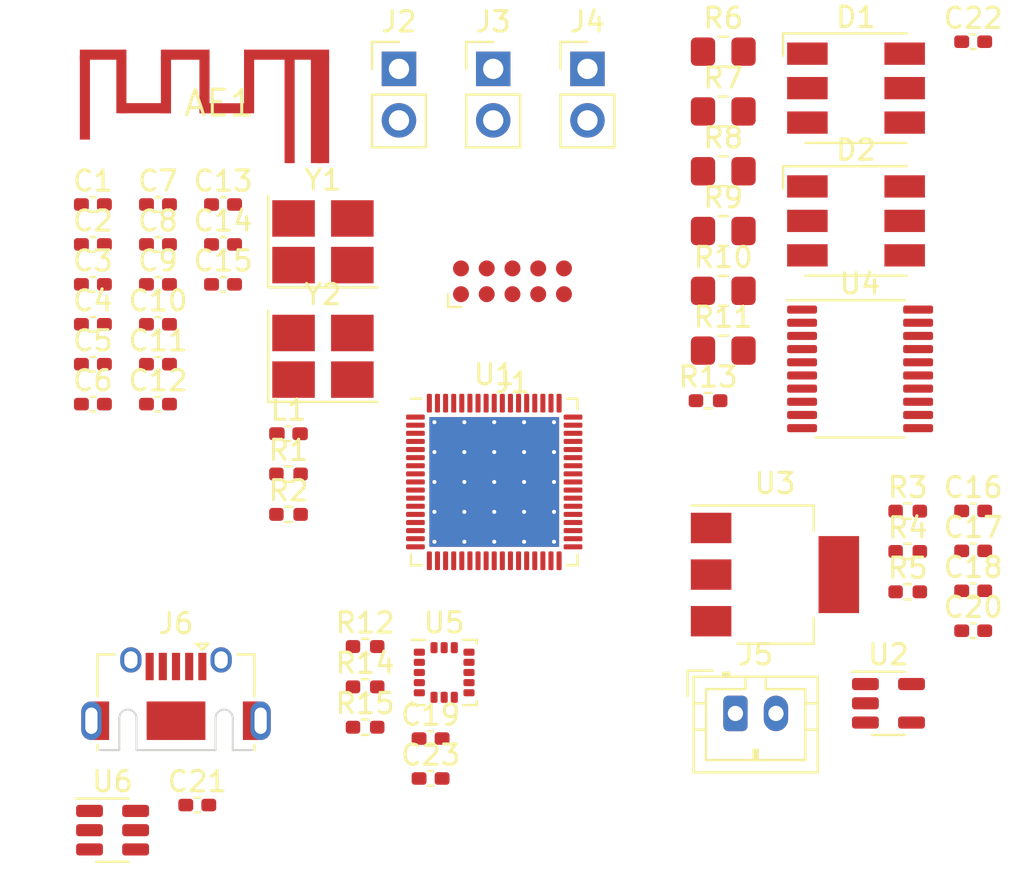
<source format=kicad_pcb>
(kicad_pcb (version 20221018) (generator pcbnew)
  (title_block (title "Reaction Trainer") (date "2023-05-30") (rev "1.0") (company "Thomas Reidemeister <treideme@gmail.com>") (comment 1 "Released under CERN-OHL-P (see LICENSE)"))
  (layers (0 "F.Cu" signal) (31 "B.Cu" signal) (34 "B.Paste" user) (35 "F.Paste" user) (36 "B.SilkS" user "B.Silkscreen") (37 "F.SilkS" user "F.Silkscreen") (38 "B.Mask" user) (39 "F.Mask" user) (44 "Edge.Cuts" user))
  (net 0 "")
  (net 1 "Net-(AE1-A)")
  (net 2 "GND")
  (net 3 "Net-(U1-VBAT)")
  (net 4 "+3V3")
  (net 5 "Net-(U1-VINTA)")
  (net 6 "Net-(U1-ANT)")
  (net 7 "/CH32V208W/NRST")
  (net 8 "/CH32V208W/OSC_IN")
  (net 9 "/CH32V208W/OSC_OUT")
  (net 10 "/CH32V208W/OSC32_IN")
  (net 11 "/CH32V208W/OSC32_OUT")
  (net 12 "+BATT")
  (net 13 "+5V")
  (net 14 "Net-(D1-RK)")
  (net 15 "Net-(D1-GK)")
  (net 16 "Net-(D1-BK)")
  (net 17 "Net-(D2-RK)")
  (net 18 "Net-(D2-GK)")
  (net 19 "Net-(D2-BK)")
  (net 20 "/CH32V208W/SWCK")
  (net 21 "/CH32V208W/TXD")
  (net 22 "/CH32V208W/SWIO")
  (net 23 "/CH32V208W/RXD")
  (net 24 "Net-(J1-Pin_10)")
  (net 25 "/CH32V208W/BOOT0")
  (net 26 "/USB/DN_IN")
  (net 27 "/USB/DP_IN")
  (net 29 "Net-(U1-PB2{slash}BOOT1)")
  (net 30 "Net-(U2-PROG)")
  (net 31 "/Power/VSENSE")
  (net 32 "Net-(U4-Q0)")
  (net 33 "Net-(U4-Q2)")
  (net 34 "Net-(U4-Q1)")
  (net 35 "Net-(U4-Q3)")
  (net 36 "Net-(U4-Q4)")
  (net 37 "Net-(U4-Q5)")
  (net 38 "/Motion/MOTION_SDA")
  (net 39 "/LED/LED_ENABLE")
  (net 40 "/Motion/MOTION_SCL")
  (net 41 "Net-(U5-CS)")
  (net 73 "/CH32V208W/USBDM")
  (net 74 "/CH32V208W/USBDP")
  (net 88 "/Power/STAT")
  (net 89 "/LED/LED_0")
  (net 90 "/LED/LED_1")
  (net 91 "/LED/LED_2")
  (net 92 "/LED/LED_3")
  (net 93 "/LED/LED_4")
  (net 94 "/LED/LED_5")
  (net 95 "/LED/LED_LATCH")
  (net 101 "/Motion/MOTION_INT2")
  (net 102 "/Motion/MOTION_INT1")
  (net 106 "/USB/USB_DP")
  (net 107 "/USB/USB_DN")
  (footprint "Crystal:Crystal_SMD_3225-4Pin_3.2x2.5mm_HandSoldering" (layer "F.Cu") (at 132.4525 92.57)
    (fp_text reference "Y1" (at 0 -3.05) (layer "F.SilkS"))
    (fp_text value "32MHz")
    (pad "1" smd rect (at -1.45 1.15) (size 2.1 1.8) (layers "F.Cu" "F.Paste" "F.Mask") (net 8 "/CH32V208W/OSC_IN"))
    (pad "2" smd rect (at 1.45 1.15) (size 2.1 1.8) (layers "F.Cu" "F.Paste" "F.Mask") (net 2 "GND"))
    (pad "3" smd rect (at 1.45 -1.15) (size 2.1 1.8) (layers "F.Cu" "F.Paste" "F.Mask") (net 9 "/CH32V208W/OSC_OUT"))
    (pad "4" smd rect (at -1.45 -1.15) (size 2.1 1.8) (layers "F.Cu" "F.Paste" "F.Mask") (net 2 "GND"))
  )
  (footprint "Package_LGA:LGA-16_3x3mm_P0.5mm_LayoutBorder3x5y" (layer "F.Cu") (at 138.4325 113.82)
    (fp_text reference "U5" (at 0 -2.45) (layer "F.SilkS"))
    (fp_text value "LIS3DH")
    (pad "1" smd roundrect (at -1.225 -1) (size 0.55 0.35) (layers "F.Cu" "F.Paste" "F.Mask") (net 4 "+3V3"))
    (pad "2" smd roundrect (at -1.225 -0.5) (size 0.55 0.35) (layers "F.Cu" "F.Paste" "F.Mask"))
    (pad "3" smd roundrect (at -1.225 0) (size 0.55 0.35) (layers "F.Cu" "F.Paste" "F.Mask"))
    (pad "4" smd roundrect (at -1.225 0.5) (size 0.55 0.35) (layers "F.Cu" "F.Paste" "F.Mask") (net 40 "/Motion/MOTION_SCL"))
    (pad "5" smd roundrect (at -1.225 1) (size 0.55 0.35) (layers "F.Cu" "F.Paste" "F.Mask") (net 2 "GND"))
    (pad "6" smd roundrect (at -0.5 1.225) (size 0.35 0.55) (layers "F.Cu" "F.Paste" "F.Mask") (net 38 "/Motion/MOTION_SDA"))
    (pad "7" smd roundrect (at 0 1.225) (size 0.35 0.55) (layers "F.Cu" "F.Paste" "F.Mask"))
    (pad "8" smd roundrect (at 0.5 1.225) (size 0.35 0.55) (layers "F.Cu" "F.Paste" "F.Mask") (net 41 "Net-(U5-CS)"))
    (pad "9" smd roundrect (at 1.225 1) (size 0.55 0.35) (layers "F.Cu" "F.Paste" "F.Mask") (net 101 "/Motion/MOTION_INT2"))
    (pad "10" smd roundrect (at 1.225 0.5) (size 0.55 0.35) (layers "F.Cu" "F.Paste" "F.Mask") (net 2 "GND"))
    (pad "11" smd roundrect (at 1.225 0) (size 0.55 0.35) (layers "F.Cu" "F.Paste" "F.Mask") (net 102 "/Motion/MOTION_INT1"))
    (pad "12" smd roundrect (at 1.225 -0.5) (size 0.55 0.35) (layers "F.Cu" "F.Paste" "F.Mask") (net 2 "GND"))
    (pad "13" smd roundrect (at 1.225 -1) (size 0.55 0.35) (layers "F.Cu" "F.Paste" "F.Mask"))
    (pad "14" smd roundrect (at 0.5 -1.225) (size 0.35 0.55) (layers "F.Cu" "F.Paste" "F.Mask") (net 4 "+3V3"))
    (pad "15" smd roundrect (at 0 -1.225) (size 0.35 0.55) (layers "F.Cu" "F.Paste" "F.Mask"))
    (pad "16" smd roundrect (at -0.5 -1.225) (size 0.35 0.55) (layers "F.Cu" "F.Paste" "F.Mask"))
  )
  (footprint "Capacitor_SMD:C_0402_1005Metric_Pad0.74x0.62mm_HandSolder" (layer "F.Cu") (at 164.5325 111.76)
    (fp_text reference "C20" (at 0 -1.16) (layer "F.SilkS"))
    (fp_text value "10uF")
    (pad "1" smd roundrect (at -0.5675 0) (size 0.735 0.62) (layers "F.Cu" "F.Paste" "F.Mask") (net 2 "GND"))
    (pad "2" smd roundrect (at 0.5675 0) (size 0.735 0.62) (layers "F.Cu" "F.Paste" "F.Mask") (net 4 "+3V3"))
  )
  (footprint "Resistor_SMD:R_0402_1005Metric_Pad0.72x0.64mm_HandSolder" (layer "F.Cu") (at 130.7525 106.02)
    (fp_text reference "R2" (at 0 -1.17) (layer "F.SilkS"))
    (fp_text value "10K")
    (pad "1" smd roundrect (at -0.5975 0) (size 0.715 0.64) (layers "F.Cu" "F.Paste" "F.Mask") (net 29 "Net-(U1-PB2{slash}BOOT1)"))
    (pad "2" smd roundrect (at 0.5975 0) (size 0.715 0.64) (layers "F.Cu" "F.Paste" "F.Mask") (net 2 "GND"))
  )
  (footprint "Capacitor_SMD:C_0402_1005Metric_Pad0.74x0.62mm_HandSolder" (layer "F.Cu") (at 137.7625 117.08)
    (fp_text reference "C19" (at 0 -1.16) (layer "F.SilkS"))
    (fp_text value "10uF")
    (pad "1" smd roundrect (at -0.5675 0) (size 0.735 0.62) (layers "F.Cu" "F.Paste" "F.Mask") (net 2 "GND"))
    (pad "2" smd roundrect (at 0.5675 0) (size 0.735 0.62) (layers "F.Cu" "F.Paste" "F.Mask") (net 4 "+3V3"))
  )
  (footprint "Connector:Tag-Connect_TC2050-IDC-FP_2x05_P1.27mm_Vertical" (layer "F.Cu") (at 141.8025 94.52)
    (fp_text reference "J1" (at 0 5) (layer "F.SilkS"))
    (fp_text value "TC2050")
    (pad "" np_thru_hole circle (at -3.81 -2.54) (size 2.3749 2.3749) (drill 2.3749) (layers "*.Cu" "*.Mask"))
    (pad "" np_thru_hole circle (at -3.81 0) (size 0.9906 0.9906) (drill 0.9906) (layers "*.Cu" "*.Mask"))
    (pad "" np_thru_hole circle (at -3.81 2.54) (size 2.3749 2.3749) (drill 2.3749) (layers "*.Cu" "*.Mask"))
    (pad "" np_thru_hole circle (at 1.905 -2.54) (size 2.3749 2.3749) (drill 2.3749) (layers "*.Cu" "*.Mask"))
    (pad "" np_thru_hole circle (at 1.905 2.54) (size 2.3749 2.3749) (drill 2.3749) (layers "*.Cu" "*.Mask"))
    (pad "" np_thru_hole circle (at 3.81 -1.016) (size 0.9906 0.9906) (drill 0.9906) (layers "*.Cu" "*.Mask"))
    (pad "" np_thru_hole circle (at 3.81 1.016) (size 0.9906 0.9906) (drill 0.9906) (layers "*.Cu" "*.Mask"))
    (pad "1" connect circle (at -2.54 0.635) (size 0.7874 0.7874) (layers "F.Cu" "F.Mask") (net 20 "/CH32V208W/SWCK"))
    (pad "2" connect circle (at -1.27 0.635) (size 0.7874 0.7874) (layers "F.Cu" "F.Mask") (net 21 "/CH32V208W/TXD"))
    (pad "3" connect circle (at 0 0.635) (size 0.7874 0.7874) (layers "F.Cu" "F.Mask") (net 22 "/CH32V208W/SWIO"))
    (pad "4" connect circle (at 1.27 0.635) (size 0.7874 0.7874) (layers "F.Cu" "F.Mask") (net 23 "/CH32V208W/RXD"))
    (pad "5" connect circle (at 2.54 0.635) (size 0.7874 0.7874) (layers "F.Cu" "F.Mask") (net 4 "+3V3"))
    (pad "6" connect circle (at 2.54 -0.635) (size 0.7874 0.7874) (layers "F.Cu" "F.Mask") (net 4 "+3V3"))
    (pad "7" connect circle (at 1.27 -0.635) (size 0.7874 0.7874) (layers "F.Cu" "F.Mask") (net 2 "GND"))
    (pad "8" connect circle (at 0 -0.635) (size 0.7874 0.7874) (layers "F.Cu" "F.Mask") (net 2 "GND"))
    (pad "9" connect circle (at -1.27 -0.635) (size 0.7874 0.7874) (layers "F.Cu" "F.Mask") (net 24 "Net-(J1-Pin_10)"))
    (pad "10" connect circle (at -2.54 -0.635) (size 0.7874 0.7874) (layers "F.Cu" "F.Mask") (net 24 "Net-(J1-Pin_10)"))
  )
  (footprint "Capacitor_SMD:C_0402_1005Metric_Pad0.74x0.62mm_HandSolder" (layer "F.Cu") (at 126.2525 120.36)
    (fp_text reference "C21" (at 0 -1.16) (layer "F.SilkS"))
    (fp_text value "0.1uF")
    (pad "1" smd roundrect (at -0.5675 0) (size 0.735 0.62) (layers "F.Cu" "F.Paste" "F.Mask") (net 2 "GND"))
    (pad "2" smd roundrect (at 0.5675 0) (size 0.735 0.62) (layers "F.Cu" "F.Paste" "F.Mask") (net 13 "+5V"))
  )
  (footprint "Resistor_SMD:R_0805_2012Metric_Pad1.20x1.40mm_HandSolder" (layer "F.Cu") (at 152.2025 89.09)
    (fp_text reference "R8" (at 0 -1.65) (layer "F.SilkS"))
    (fp_text value "30")
    (pad "1" smd roundrect (at -1 0) (size 1.2 1.4) (layers "F.Cu" "F.Paste" "F.Mask") (roundrect_rratio 0.208333) (net 34 "Net-(U4-Q1)"))
    (pad "2" smd roundrect (at 1 0) (size 1.2 1.4) (layers "F.Cu" "F.Paste" "F.Mask") (roundrect_rratio 0.208333) (net 15 "Net-(D1-GK)"))
  )
  (footprint "Resistor_SMD:R_0402_1005Metric_Pad0.72x0.64mm_HandSolder" (layer "F.Cu") (at 161.3025 109.84)
    (fp_text reference "R5" (at 0 -1.17) (layer "F.SilkS"))
    (fp_text value "1M")
    (pad "1" smd roundrect (at -0.5975 0) (size 0.715 0.64) (layers "F.Cu" "F.Paste" "F.Mask") (net 2 "GND"))
    (pad "2" smd roundrect (at 0.5975 0) (size 0.715 0.64) (layers "F.Cu" "F.Paste" "F.Mask") (net 31 "/Power/VSENSE"))
  )
  (footprint "Resistor_SMD:R_0402_1005Metric_Pad0.72x0.64mm_HandSolder" (layer "F.Cu") (at 161.3025 107.85)
    (fp_text reference "R4" (at 0 -1.17) (layer "F.SilkS"))
    (fp_text value "500K")
    (pad "1" smd roundrect (at -0.5975 0) (size 0.715 0.64) (layers "F.Cu" "F.Paste" "F.Mask") (net 31 "/Power/VSENSE"))
    (pad "2" smd roundrect (at 0.5975 0) (size 0.715 0.64) (layers "F.Cu" "F.Paste" "F.Mask") (net 12 "+BATT"))
  )
  (footprint "Capacitor_SMD:C_0402_1005Metric_Pad0.74x0.62mm_HandSolder" (layer "F.Cu") (at 164.5325 109.79)
    (fp_text reference "C18" (at 0 -1.16) (layer "F.SilkS"))
    (fp_text value "10uF")
    (pad "1" smd roundrect (at -0.5675 0) (size 0.735 0.62) (layers "F.Cu" "F.Paste" "F.Mask") (net 2 "GND"))
    (pad "2" smd roundrect (at 0.5675 0) (size 0.735 0.62) (layers "F.Cu" "F.Paste" "F.Mask") (net 12 "+BATT"))
  )
  (footprint "Package_SO:TSSOP-20_4.4x6.5mm_P0.65mm" (layer "F.Cu") (at 158.9525 98.84)
    (fp_text reference "U4" (at 0 -4.2) (layer "F.SilkS"))
    (fp_text value "C5944")
    (pad "1" smd roundrect (at -2.8625 -2.925) (size 1.475 0.4) (layers "F.Cu" "F.Paste" "F.Mask") (net 39 "/LED/LED_ENABLE"))
    (pad "2" smd roundrect (at -2.8625 -2.275) (size 1.475 0.4) (layers "F.Cu" "F.Paste" "F.Mask") (net 89 "/LED/LED_0"))
    (pad "3" smd roundrect (at -2.8625 -1.625) (size 1.475 0.4) (layers "F.Cu" "F.Paste" "F.Mask") (net 90 "/LED/LED_1"))
    (pad "4" smd roundrect (at -2.8625 -0.975) (size 1.475 0.4) (layers "F.Cu" "F.Paste" "F.Mask") (net 91 "/LED/LED_2"))
    (pad "5" smd roundrect (at -2.8625 -0.325) (size 1.475 0.4) (layers "F.Cu" "F.Paste" "F.Mask") (net 92 "/LED/LED_3"))
    (pad "6" smd roundrect (at -2.8625 0.325) (size 1.475 0.4) (layers "F.Cu" "F.Paste" "F.Mask") (net 93 "/LED/LED_4"))
    (pad "7" smd roundrect (at -2.8625 0.975) (size 1.475 0.4) (layers "F.Cu" "F.Paste" "F.Mask") (net 94 "/LED/LED_5"))
    (pad "8" smd roundrect (at -2.8625 1.625) (size 1.475 0.4) (layers "F.Cu" "F.Paste" "F.Mask") (net 2 "GND"))
    (pad "9" smd roundrect (at -2.8625 2.275) (size 1.475 0.4) (layers "F.Cu" "F.Paste" "F.Mask") (net 2 "GND"))
    (pad "10" smd roundrect (at -2.8625 2.925) (size 1.475 0.4) (layers "F.Cu" "F.Paste" "F.Mask") (net 2 "GND"))
    (pad "11" smd roundrect (at 2.8625 2.925) (size 1.475 0.4) (layers "F.Cu" "F.Paste" "F.Mask") (net 95 "/LED/LED_LATCH"))
    (pad "12" smd roundrect (at 2.8625 2.275) (size 1.475 0.4) (layers "F.Cu" "F.Paste" "F.Mask"))
    (pad "13" smd roundrect (at 2.8625 1.625) (size 1.475 0.4) (layers "F.Cu" "F.Paste" "F.Mask"))
    (pad "14" smd roundrect (at 2.8625 0.975) (size 1.475 0.4) (layers "F.Cu" "F.Paste" "F.Mask") (net 37 "Net-(U4-Q5)"))
    (pad "15" smd roundrect (at 2.8625 0.325) (size 1.475 0.4) (layers "F.Cu" "F.Paste" "F.Mask") (net 36 "Net-(U4-Q4)"))
    (pad "16" smd roundrect (at 2.8625 -0.325) (size 1.475 0.4) (layers "F.Cu" "F.Paste" "F.Mask") (net 35 "Net-(U4-Q3)"))
    (pad "17" smd roundrect (at 2.8625 -0.975) (size 1.475 0.4) (layers "F.Cu" "F.Paste" "F.Mask") (net 33 "Net-(U4-Q2)"))
    (pad "18" smd roundrect (at 2.8625 -1.625) (size 1.475 0.4) (layers "F.Cu" "F.Paste" "F.Mask") (net 34 "Net-(U4-Q1)"))
    (pad "19" smd roundrect (at 2.8625 -2.275) (size 1.475 0.4) (layers "F.Cu" "F.Paste" "F.Mask") (net 32 "Net-(U4-Q0)"))
    (pad "20" smd roundrect (at 2.8625 -2.925) (size 1.475 0.4) (layers "F.Cu" "F.Paste" "F.Mask") (net 12 "+BATT"))
  )
  (footprint "Resistor_SMD:R_0402_1005Metric_Pad0.72x0.64mm_HandSolder" (layer "F.Cu") (at 130.7525 104.03)
    (fp_text reference "R1" (at 0 -1.17) (layer "F.SilkS"))
    (fp_text value "10K")
    (pad "1" smd roundrect (at -0.5975 0) (size 0.715 0.64) (layers "F.Cu" "F.Paste" "F.Mask") (net 2 "GND"))
    (pad "2" smd roundrect (at 0.5975 0) (size 0.715 0.64) (layers "F.Cu" "F.Paste" "F.Mask") (net 25 "/CH32V208W/BOOT0"))
  )
  (footprint "Resistor_SMD:R_0805_2012Metric_Pad1.20x1.40mm_HandSolder" (layer "F.Cu") (at 152.2025 92.04)
    (fp_text reference "R9" (at 0 -1.65) (layer "F.SilkS"))
    (fp_text value "15")
    (pad "1" smd roundrect (at -1 0) (size 1.2 1.4) (layers "F.Cu" "F.Paste" "F.Mask") (roundrect_rratio 0.208333) (net 35 "Net-(U4-Q3)"))
    (pad "2" smd roundrect (at 1 0) (size 1.2 1.4) (layers "F.Cu" "F.Paste" "F.Mask") (roundrect_rratio 0.208333) (net 17 "Net-(D2-RK)"))
  )
  (footprint "Resistor_SMD:R_0805_2012Metric_Pad1.20x1.40mm_HandSolder" (layer "F.Cu") (at 152.2025 97.94)
    (fp_text reference "R11" (at 0 -1.65) (layer "F.SilkS"))
    (fp_text value "15")
    (pad "1" smd roundrect (at -1 0) (size 1.2 1.4) (layers "F.Cu" "F.Paste" "F.Mask") (roundrect_rratio 0.208333) (net 37 "Net-(U4-Q5)"))
    (pad "2" smd roundrect (at 1 0) (size 1.2 1.4) (layers "F.Cu" "F.Paste" "F.Mask") (roundrect_rratio 0.208333) (net 19 "Net-(D2-BK)"))
  )
  (footprint "Capacitor_SMD:C_0402_1005Metric_Pad0.74x0.62mm_HandSolder" (layer "F.Cu") (at 164.5325 105.85)
    (fp_text reference "C16" (at 0 -1.16) (layer "F.SilkS"))
    (fp_text value "10uF")
    (pad "1" smd roundrect (at -0.5675 0) (size 0.735 0.62) (layers "F.Cu" "F.Paste" "F.Mask") (net 12 "+BATT"))
    (pad "2" smd roundrect (at 0.5675 0) (size 0.735 0.62) (layers "F.Cu" "F.Paste" "F.Mask") (net 2 "GND"))
  )
  (footprint "Capacitor_SMD:C_0402_1005Metric_Pad0.74x0.62mm_HandSolder" (layer "F.Cu") (at 124.3125 90.73)
    (fp_text reference "C7" (at 0 -1.16) (layer "F.SilkS"))
    (fp_text value "0.1uF")
    (pad "1" smd roundrect (at -0.5675 0) (size 0.735 0.62) (layers "F.Cu" "F.Paste" "F.Mask") (net 4 "+3V3"))
    (pad "2" smd roundrect (at 0.5675 0) (size 0.735 0.62) (layers "F.Cu" "F.Paste" "F.Mask") (net 2 "GND"))
  )
  (footprint "Inductor_SMD:L_0402_1005Metric_Pad0.77x0.64mm_HandSolder" (layer "F.Cu") (at 130.7525 102.04)
    (fp_text reference "L1" (at 0 -1.17) (layer "F.SilkS"))
    (fp_text value "1.8nH")
    (pad "1" smd roundrect (at -0.5725 0) (size 0.765 0.64) (layers "F.Cu" "F.Paste" "F.Mask") (net 1 "Net-(AE1-A)"))
    (pad "2" smd roundrect (at 0.5725 0) (size 0.765 0.64) (layers "F.Cu" "F.Paste" "F.Mask") (net 6 "Net-(U1-ANT)"))
  )
  (footprint "LED_SMD:LED_RGB_5050-6" (layer "F.Cu") (at 158.7525 84.99)
    (fp_text reference "D1" (at 0 -3.5 180) (layer "F.SilkS"))
    (fp_text value "C784541")
    (pad "1" smd rect (at -2.4 -1.7 90) (size 1.1 2) (layers "F.Cu" "F.Paste" "F.Mask") (net 14 "Net-(D1-RK)"))
    (pad "2" smd rect (at -2.4 0 90) (size 1.1 2) (layers "F.Cu" "F.Paste" "F.Mask") (net 15 "Net-(D1-GK)"))
    (pad "3" smd rect (at -2.4 1.7 90) (size 1.1 2) (layers "F.Cu" "F.Paste" "F.Mask") (net 16 "Net-(D1-BK)"))
    (pad "4" smd rect (at 2.4 1.7 90) (size 1.1 2) (layers "F.Cu" "F.Paste" "F.Mask") (net 12 "+BATT"))
    (pad "5" smd rect (at 2.4 0 90) (size 1.1 2) (layers "F.Cu" "F.Paste" "F.Mask") (net 12 "+BATT"))
    (pad "6" smd rect (at 2.4 -1.7 90) (size 1.1 2) (layers "F.Cu" "F.Paste" "F.Mask") (net 12 "+BATT"))
  )
  (footprint "Crystal:Crystal_SMD_3225-4Pin_3.2x2.5mm_HandSoldering" (layer "F.Cu") (at 132.4525 98.22)
    (fp_text reference "Y2" (at 0 -3.05) (layer "F.SilkS"))
    (fp_text value "32768Hz")
    (pad "1" smd rect (at -1.45 1.15) (size 2.1 1.8) (layers "F.Cu" "F.Paste" "F.Mask") (net 10 "/CH32V208W/OSC32_IN"))
    (pad "2" smd rect (at 1.45 1.15) (size 2.1 1.8) (layers "F.Cu" "F.Paste" "F.Mask") (net 2 "GND"))
    (pad "3" smd rect (at 1.45 -1.15) (size 2.1 1.8) (layers "F.Cu" "F.Paste" "F.Mask") (net 11 "/CH32V208W/OSC32_OUT"))
    (pad "4" smd rect (at -1.45 -1.15) (size 2.1 1.8) (layers "F.Cu" "F.Paste" "F.Mask") (net 2 "GND"))
  )
  (footprint "Resistor_SMD:R_0402_1005Metric_Pad0.72x0.64mm_HandSolder" (layer "F.Cu") (at 151.4525 100.41)
    (fp_text reference "R13" (at 0 -1.17) (layer "F.SilkS"))
    (fp_text value "10K")
    (pad "1" smd roundrect (at -0.5975 0) (size 0.715 0.64) (layers "F.Cu" "F.Paste" "F.Mask") (net 4 "+3V3"))
    (pad "2" smd roundrect (at 0.5975 0) (size 0.715 0.64) (layers "F.Cu" "F.Paste" "F.Mask") (net 39 "/LED/LED_ENABLE"))
  )
  (footprint "Resistor_SMD:R_0805_2012Metric_Pad1.20x1.40mm_HandSolder" (layer "F.Cu") (at 152.2025 86.14)
    (fp_text reference "R7" (at 0 -1.65) (layer "F.SilkS"))
    (fp_text value "15")
    (pad "1" smd roundrect (at -1 0) (size 1.2 1.4) (layers "F.Cu" "F.Paste" "F.Mask") (roundrect_rratio 0.208333) (net 33 "Net-(U4-Q2)"))
    (pad "2" smd roundrect (at 1 0) (size 1.2 1.4) (layers "F.Cu" "F.Paste" "F.Mask") (roundrect_rratio 0.208333) (net 16 "Net-(D1-BK)"))
  )
  (footprint "Package_TO_SOT_SMD:SOT-223-3_TabPin2" (layer "F.Cu") (at 154.7525 108.99)
    (fp_text reference "U3" (at 0 -4.5) (layer "F.SilkS"))
    (fp_text value "AP1117-33")
    (pad "1" smd rect (at -3.15 -2.3) (size 2 1.5) (layers "F.Cu" "F.Paste" "F.Mask") (net 2 "GND"))
    (pad "2" smd rect (at -3.15 0) (size 2 1.5) (layers "F.Cu" "F.Paste" "F.Mask") (net 4 "+3V3"))
    (pad "2" smd rect (at 3.15 0) (size 2 3.8) (layers "F.Cu" "F.Paste" "F.Mask") (net 4 "+3V3"))
    (pad "3" smd rect (at -3.15 2.3) (size 2 1.5) (layers "F.Cu" "F.Paste" "F.Mask") (net 12 "+BATT"))
  )
  (footprint "Package_DFN_QFN:QFN-68-1EP_8x8mm_P0.4mm_EP6.4x6.4mm_ThermalVias" (layer "F.Cu") (at 140.9025 104.42)
    (fp_text reference "U1" (at 0 -5.3) (layer "F.SilkS"))
    (fp_text value "CH32V208WBU6")
    (pad "1" smd roundrect (at -3.8875 -3.2) (size 0.925 0.25) (layers "F.Cu" "F.Paste" "F.Mask") (net 3 "Net-(U1-VBAT)"))
    (pad "2" smd roundrect (at -3.8875 -2.8) (size 0.925 0.25) (layers "F.Cu" "F.Paste" "F.Mask"))
    (pad "3" smd roundrect (at -3.8875 -2.4) (size 0.925 0.25) (layers "F.Cu" "F.Paste" "F.Mask") (net 10 "/CH32V208W/OSC32_IN"))
    (pad "4" smd roundrect (at -3.8875 -2) (size 0.925 0.25) (layers "F.Cu" "F.Paste" "F.Mask") (net 11 "/CH32V208W/OSC32_OUT"))
    (pad "5" smd roundrect (at -3.8875 -1.6) (size 0.925 0.25) (layers "F.Cu" "F.Paste" "F.Mask") (net 2 "GND"))
    (pad "6" smd roundrect (at -3.8875 -1.2) (size 0.925 0.25) (layers "F.Cu" "F.Paste" "F.Mask") (net 8 "/CH32V208W/OSC_IN"))
    (pad "7" smd roundrect (at -3.8875 -0.8) (size 0.925 0.25) (layers "F.Cu" "F.Paste" "F.Mask") (net 9 "/CH32V208W/OSC_OUT"))
    (pad "8" smd roundrect (at -3.8875 -0.4) (size 0.925 0.25) (layers "F.Cu" "F.Paste" "F.Mask") (net 7 "/CH32V208W/NRST"))
    (pad "9" smd roundrect (at -3.8875 0) (size 0.925 0.25) (layers "F.Cu" "F.Paste" "F.Mask"))
    (pad "10" smd roundrect (at -3.8875 0.4) (size 0.925 0.25) (layers "F.Cu" "F.Paste" "F.Mask"))
    (pad "11" smd roundrect (at -3.8875 0.8) (size 0.925 0.25) (layers "F.Cu" "F.Paste" "F.Mask"))
    (pad "12" smd roundrect (at -3.8875 1.2) (size 0.925 0.25) (layers "F.Cu" "F.Paste" "F.Mask"))
    (pad "13" smd roundrect (at -3.8875 1.6) (size 0.925 0.25) (layers "F.Cu" "F.Paste" "F.Mask") (net 4 "+3V3"))
    (pad "14" smd roundrect (at -3.8875 2) (size 0.925 0.25) (layers "F.Cu" "F.Paste" "F.Mask"))
    (pad "15" smd roundrect (at -3.8875 2.4) (size 0.925 0.25) (layers "F.Cu" "F.Paste" "F.Mask"))
    (pad "16" smd roundrect (at -3.8875 2.8) (size 0.925 0.25) (layers "F.Cu" "F.Paste" "F.Mask"))
    (pad "17" smd roundrect (at -3.8875 3.2) (size 0.925 0.25) (layers "F.Cu" "F.Paste" "F.Mask") (net 4 "+3V3"))
    (pad "18" smd roundrect (at -3.2 3.8875) (size 0.25 0.925) (layers "F.Cu" "F.Paste" "F.Mask"))
    (pad "19" smd roundrect (at -2.8 3.8875) (size 0.25 0.925) (layers "F.Cu" "F.Paste" "F.Mask"))
    (pad "20" smd roundrect (at -2.4 3.8875) (size 0.25 0.925) (layers "F.Cu" "F.Paste" "F.Mask"))
    (pad "21" smd roundrect (at -2 3.8875) (size 0.25 0.925) (layers "F.Cu" "F.Paste" "F.Mask"))
    (pad "22" smd roundrect (at -1.6 3.8875) (size 0.25 0.925) (layers "F.Cu" "F.Paste" "F.Mask"))
    (pad "23" smd roundrect (at -1.2 3.8875) (size 0.25 0.925) (layers "F.Cu" "F.Paste" "F.Mask"))
    (pad "24" smd roundrect (at -0.8 3.8875) (size 0.25 0.925) (layers "F.Cu" "F.Paste" "F.Mask"))
    (pad "25" smd roundrect (at -0.4 3.8875) (size 0.25 0.925) (layers "F.Cu" "F.Paste" "F.Mask"))
    (pad "26" smd roundrect (at 0 3.8875) (size 0.25 0.925) (layers "F.Cu" "F.Paste" "F.Mask"))
    (pad "27" smd roundrect (at 0.4 3.8875) (size 0.25 0.925) (layers "F.Cu" "F.Paste" "F.Mask"))
    (pad "28" smd roundrect (at 0.8 3.8875) (size 0.25 0.925) (layers "F.Cu" "F.Paste" "F.Mask") (net 29 "Net-(U1-PB2{slash}BOOT1)"))
    (pad "29" smd roundrect (at 1.2 3.8875) (size 0.25 0.925) (layers "F.Cu" "F.Paste" "F.Mask"))
    (pad "30" smd roundrect (at 1.6 3.8875) (size 0.25 0.925) (layers "F.Cu" "F.Paste" "F.Mask"))
    (pad "31" smd roundrect (at 2 3.8875) (size 0.25 0.925) (layers "F.Cu" "F.Paste" "F.Mask") (net 4 "+3V3"))
    (pad "32" smd roundrect (at 2.4 3.8875) (size 0.25 0.925) (layers "F.Cu" "F.Paste" "F.Mask") (net 4 "+3V3"))
    (pad "33" smd roundrect (at 2.8 3.8875) (size 0.25 0.925) (layers "F.Cu" "F.Paste" "F.Mask"))
    (pad "34" smd roundrect (at 3.2 3.8875) (size 0.25 0.925) (layers "F.Cu" "F.Paste" "F.Mask"))
    (pad "35" smd roundrect (at 3.8875 3.2) (size 0.925 0.25) (layers "F.Cu" "F.Paste" "F.Mask"))
    (pad "36" smd roundrect (at 3.8875 2.8) (size 0.925 0.25) (layers "F.Cu" "F.Paste" "F.Mask"))
    (pad "37" smd roundrect (at 3.8875 2.4) (size 0.925 0.25) (layers "F.Cu" "F.Paste" "F.Mask"))
    (pad "38" smd roundrect (at 3.8875 2) (size 0.925 0.25) (layers "F.Cu" "F.Paste" "F.Mask"))
    (pad "39" smd roundrect (at 3.8875 1.6) (size 0.925 0.25) (layers "F.Cu" "F.Paste" "F.Mask"))
    (pad "40" smd roundrect (at 3.8875 1.2) (size 0.925 0.25) (layers "F.Cu" "F.Paste" "F.Mask"))
    (pad "41" smd roundrect (at 3.8875 0.8) (size 0.925 0.25) (layers "F.Cu" "F.Paste" "F.Mask"))
    (pad "42" smd roundrect (at 3.8875 0.4) (size 0.925 0.25) (layers "F.Cu" "F.Paste" "F.Mask"))
    (pad "43" smd roundrect (at 3.8875 0) (size 0.925 0.25) (layers "F.Cu" "F.Paste" "F.Mask"))
    (pad "44" smd roundrect (at 3.8875 -0.4) (size 0.925 0.25) (layers "F.Cu" "F.Paste" "F.Mask") (net 21 "/CH32V208W/TXD"))
    (pad "45" smd roundrect (at 3.8875 -0.8) (size 0.925 0.25) (layers "F.Cu" "F.Paste" "F.Mask") (net 23 "/CH32V208W/RXD"))
    (pad "46" smd roundrect (at 3.8875 -1.2) (size 0.925 0.25) (layers "F.Cu" "F.Paste" "F.Mask") (net 73 "/CH32V208W/USBDM"))
    (pad "47" smd roundrect (at 3.8875 -1.6) (size 0.925 0.25) (layers "F.Cu" "F.Paste" "F.Mask") (net 74 "/CH32V208W/USBDP"))
    (pad "48" smd roundrect (at 3.8875 -2) (size 0.925 0.25) (layers "F.Cu" "F.Paste" "F.Mask") (net 22 "/CH32V208W/SWIO"))
    (pad "49" smd roundrect (at 3.8875 -2.4) (size 0.925 0.25) (layers "F.Cu" "F.Paste" "F.Mask") (net 2 "GND"))
    (pad "50" smd roundrect (at 3.8875 -2.8) (size 0.925 0.25) (layers "F.Cu" "F.Paste" "F.Mask") (net 5 "Net-(U1-VINTA)"))
    (pad "51" smd roundrect (at 3.8875 -3.2) (size 0.925 0.25) (layers "F.Cu" "F.Paste" "F.Mask") (net 6 "Net-(U1-ANT)"))
    (pad "52" smd roundrect (at 3.2 -3.8875) (size 0.25 0.925) (layers "F.Cu" "F.Paste" "F.Mask") (net 20 "/CH32V208W/SWCK"))
    (pad "53" smd roundrect (at 2.8 -3.8875) (size 0.25 0.925) (layers "F.Cu" "F.Paste" "F.Mask"))
    (pad "54" smd roundrect (at 2.4 -3.8875) (size 0.25 0.925) (layers "F.Cu" "F.Paste" "F.Mask"))
    (pad "55" smd roundrect (at 2 -3.8875) (size 0.25 0.925) (layers "F.Cu" "F.Paste" "F.Mask"))
    (pad "56" smd roundrect (at 1.6 -3.8875) (size 0.25 0.925) (layers "F.Cu" "F.Paste" "F.Mask"))
    (pad "57" smd roundrect (at 1.2 -3.8875) (size 0.25 0.925) (layers "F.Cu" "F.Paste" "F.Mask"))
    (pad "58" smd roundrect (at 0.8 -3.8875) (size 0.25 0.925) (layers "F.Cu" "F.Paste" "F.Mask"))
    (pad "59" smd roundrect (at 0.4 -3.8875) (size 0.25 0.925) (layers "F.Cu" "F.Paste" "F.Mask"))
    (pad "60" smd roundrect (at 0 -3.8875) (size 0.25 0.925) (layers "F.Cu" "F.Paste" "F.Mask"))
    (pad "61" smd roundrect (at -0.4 -3.8875) (size 0.25 0.925) (layers "F.Cu" "F.Paste" "F.Mask"))
    (pad "62" smd roundrect (at -0.8 -3.8875) (size 0.25 0.925) (layers "F.Cu" "F.Paste" "F.Mask"))
    (pad "63" smd roundrect (at -1.2 -3.8875) (size 0.25 0.925) (layers "F.Cu" "F.Paste" "F.Mask") (net 25 "/CH32V208W/BOOT0"))
    (pad "64" smd roundrect (at -1.6 -3.8875) (size 0.25 0.925) (layers "F.Cu" "F.Paste" "F.Mask"))
    (pad "65" smd roundrect (at -2 -3.8875) (size 0.25 0.925) (layers "F.Cu" "F.Paste" "F.Mask"))
    (pad "66" smd roundrect (at -2.4 -3.8875) (size 0.25 0.925) (layers "F.Cu" "F.Paste" "F.Mask"))
    (pad "67" smd roundrect (at -2.8 -3.8875) (size 0.25 0.925) (layers "F.Cu" "F.Paste" "F.Mask") (net 4 "+3V3"))
    (pad "68" smd roundrect (at -3.2 -3.8875) (size 0.25 0.925) (layers "F.Cu" "F.Paste" "F.Mask") (net 4 "+3V3"))
    (pad "69" thru_hole circle (at -2.95 -2.95) (size 0.5 0.5) (drill 0.2) (layers "*.Cu") (net 2 "GND"))
    (pad "69" thru_hole circle (at -2.95 -1.475) (size 0.5 0.5) (drill 0.2) (layers "*.Cu") (net 2 "GND"))
    (pad "69" thru_hole circle (at -2.95 0) (size 0.5 0.5) (drill 0.2) (layers "*.Cu") (net 2 "GND"))
    (pad "69" thru_hole circle (at -2.95 1.475) (size 0.5 0.5) (drill 0.2) (layers "*.Cu") (net 2 "GND"))
    (pad "69" thru_hole circle (at -2.95 2.95) (size 0.5 0.5) (drill 0.2) (layers "*.Cu") (net 2 "GND"))
    (pad "69" thru_hole circle (at -1.475 -2.95) (size 0.5 0.5) (drill 0.2) (layers "*.Cu") (net 2 "GND"))
    (pad "69" thru_hole circle (at -1.475 -1.475) (size 0.5 0.5) (drill 0.2) (layers "*.Cu") (net 2 "GND"))
    (pad "69" thru_hole circle (at -1.475 0) (size 0.5 0.5) (drill 0.2) (layers "*.Cu") (net 2 "GND"))
    (pad "69" thru_hole circle (at -1.475 1.475) (size 0.5 0.5) (drill 0.2) (layers "*.Cu") (net 2 "GND"))
    (pad "69" thru_hole circle (at -1.475 2.95) (size 0.5 0.5) (drill 0.2) (layers "*.Cu") (net 2 "GND"))
    (pad "69" thru_hole circle (at 0 -2.95) (size 0.5 0.5) (drill 0.2) (layers "*.Cu") (net 2 "GND"))
    (pad "69" thru_hole circle (at 0 -1.475) (size 0.5 0.5) (drill 0.2) (layers "*.Cu") (net 2 "GND"))
    (pad "69" thru_hole circle (at 0 0) (size 0.5 0.5) (drill 0.2) (layers "*.Cu") (net 2 "GND"))
    (pad "69" smd rect (at 0 0) (size 6.4 6.4) (layers "F.Cu" "F.Mask") (net 2 "GND"))
    (pad "69" smd rect (at 0 0) (size 6.4 6.4) (layers "B.Cu") (net 2 "GND"))
    (pad "69" thru_hole circle (at 0 1.475) (size 0.5 0.5) (drill 0.2) (layers "*.Cu") (net 2 "GND"))
    (pad "69" thru_hole circle (at 0 2.95) (size 0.5 0.5) (drill 0.2) (layers "*.Cu") (net 2 "GND"))
    (pad "69" thru_hole circle (at 1.475 -2.95) (size 0.5 0.5) (drill 0.2) (layers "*.Cu") (net 2 "GND"))
    (pad "69" thru_hole circle (at 1.475 -1.475) (size 0.5 0.5) (drill 0.2) (layers "*.Cu") (net 2 "GND"))
    (pad "69" thru_hole circle (at 1.475 0) (size 0.5 0.5) (drill 0.2) (layers "*.Cu") (net 2 "GND"))
    (pad "69" thru_hole circle (at 1.475 1.475) (size 0.5 0.5) (drill 0.2) (layers "*.Cu") (net 2 "GND"))
    (pad "69" thru_hole circle (at 1.475 2.95) (size 0.5 0.5) (drill 0.2) (layers "*.Cu") (net 2 "GND"))
    (pad "69" thru_hole circle (at 2.95 -2.95) (size 0.5 0.5) (drill 0.2) (layers "*.Cu") (net 2 "GND"))
    (pad "69" thru_hole circle (at 2.95 -1.475) (size 0.5 0.5) (drill 0.2) (layers "*.Cu") (net 2 "GND"))
    (pad "69" thru_hole circle (at 2.95 0) (size 0.5 0.5) (drill 0.2) (layers "*.Cu") (net 2 "GND"))
    (pad "69" thru_hole circle (at 2.95 1.475) (size 0.5 0.5) (drill 0.2) (layers "*.Cu") (net 2 "GND"))
    (pad "69" thru_hole circle (at 2.95 2.95) (size 0.5 0.5) (drill 0.2) (layers "*.Cu") (net 2 "GND"))
  )
  (footprint "Capacitor_SMD:C_0402_1005Metric_Pad0.74x0.62mm_HandSolder" (layer "F.Cu") (at 127.5225 92.7)
    (fp_text reference "C14" (at 0 -1.16) (layer "F.SilkS"))
    (fp_text value "12pF")
    (pad "1" smd roundrect (at -0.5675 0) (size 0.735 0.62) (layers "F.Cu" "F.Paste" "F.Mask") (net 2 "GND"))
    (pad "2" smd roundrect (at 0.5675 0) (size 0.735 0.62) (layers "F.Cu" "F.Paste" "F.Mask") (net 10 "/CH32V208W/OSC32_IN"))
  )
  (footprint "Connector_JST:JST_PH_B2B-PH-K_1x02_P2.00mm_Vertical" (layer "F.Cu") (at 152.8025 115.84)
    (fp_text reference "J5" (at 1 -2.9) (layer "F.SilkS"))
    (fp_text value "JST_PH_B2B")
    (pad "1" thru_hole roundrect (at 0 0) (size 1.2 1.75) (drill 0.75) (layers "*.Cu" "*.Mask") (roundrect_rratio 0.208333) (net 12 "+BATT"))
    (pad "2" thru_hole oval (at 2 0) (size 1.2 1.75) (drill 0.75) (layers "*.Cu" "*.Mask") (net 2 "GND"))
  )
  (footprint "Capacitor_SMD:C_0402_1005Metric_Pad0.74x0.62mm_HandSolder" (layer "F.Cu") (at 127.5225 94.67)
    (fp_text reference "C15" (at 0 -1.16) (layer "F.SilkS"))
    (fp_text value "12pF")
    (pad "1" smd roundrect (at -0.5675 0) (size 0.735 0.62) (layers "F.Cu" "F.Paste" "F.Mask") (net 2 "GND"))
    (pad "2" smd roundrect (at 0.5675 0) (size 0.735 0.62) (layers "F.Cu" "F.Paste" "F.Mask") (net 11 "/CH32V208W/OSC32_OUT"))
  )
  (footprint "Capacitor_SMD:C_0402_1005Metric_Pad0.74x0.62mm_HandSolder" (layer "F.Cu") (at 127.5225 90.73)
    (fp_text reference "C13" (at 0 -1.16) (layer "F.SilkS"))
    (fp_text value "12pF")
    (pad "1" smd roundrect (at -0.5675 0) (size 0.735 0.62) (layers "F.Cu" "F.Paste" "F.Mask") (net 2 "GND"))
    (pad "2" smd roundrect (at 0.5675 0) (size 0.735 0.62) (layers "F.Cu" "F.Paste" "F.Mask") (net 9 "/CH32V208W/OSC_OUT"))
  )
  (footprint "Resistor_SMD:R_0805_2012Metric_Pad1.20x1.40mm_HandSolder" (layer "F.Cu") (at 152.2025 83.19)
    (fp_text reference "R6" (at 0 -1.65) (layer "F.SilkS"))
    (fp_text value "15")
    (pad "1" smd roundrect (at -1 0) (size 1.2 1.4) (layers "F.Cu" "F.Paste" "F.Mask") (roundrect_rratio 0.208333) (net 32 "Net-(U4-Q0)"))
    (pad "2" smd roundrect (at 1 0) (size 1.2 1.4) (layers "F.Cu" "F.Paste" "F.Mask") (roundrect_rratio 0.208333) (net 14 "Net-(D1-RK)"))
  )
  (footprint "Resistor_SMD:R_0402_1005Metric_Pad0.72x0.64mm_HandSolder" (layer "F.Cu") (at 134.5325 114.53)
    (fp_text reference "R14" (at 0 -1.17) (layer "F.SilkS"))
    (fp_text value "10K")
    (pad "1" smd roundrect (at -0.5975 0) (size 0.715 0.64) (layers "F.Cu" "F.Paste" "F.Mask") (net 40 "/Motion/MOTION_SCL"))
    (pad "2" smd roundrect (at 0.5975 0) (size 0.715 0.64) (layers "F.Cu" "F.Paste" "F.Mask") (net 4 "+3V3"))
  )
  (footprint "Capacitor_SMD:C_0402_1005Metric_Pad0.74x0.62mm_HandSolder" (layer "F.Cu") (at 124.3125 92.7)
    (fp_text reference "C8" (at 0 -1.16) (layer "F.SilkS"))
    (fp_text value "1uF")
    (pad "1" smd roundrect (at -0.5675 0) (size 0.735 0.62) (layers "F.Cu" "F.Paste" "F.Mask") (net 2 "GND"))
    (pad "2" smd roundrect (at 0.5675 0) (size 0.735 0.62) (layers "F.Cu" "F.Paste" "F.Mask") (net 5 "Net-(U1-VINTA)"))
  )
  (footprint "Capacitor_SMD:C_0402_1005Metric_Pad0.74x0.62mm_HandSolder" (layer "F.Cu") (at 137.7625 119.05)
    (fp_text reference "C23" (at 0 -1.16) (layer "F.SilkS"))
    (fp_text value "0.1uF")
    (pad "1" smd roundrect (at -0.5675 0) (size 0.735 0.62) (layers "F.Cu" "F.Paste" "F.Mask") (net 2 "GND"))
    (pad "2" smd roundrect (at 0.5675 0) (size 0.735 0.62) (layers "F.Cu" "F.Paste" "F.Mask") (net 4 "+3V3"))
  )
  (footprint "Capacitor_SMD:C_0402_1005Metric_Pad0.74x0.62mm_HandSolder" (layer "F.Cu") (at 121.1025 90.73)
    (fp_text reference "C1" (at 0 -1.16) (layer "F.SilkS"))
    (fp_text value "0.1uF")
    (pad "1" smd roundrect (at -0.5675 0) (size 0.735 0.62) (layers "F.Cu" "F.Paste" "F.Mask") (net 2 "GND"))
    (pad "2" smd roundrect (at 0.5675 0) (size 0.735 0.62) (layers "F.Cu" "F.Paste" "F.Mask") (net 3 "Net-(U1-VBAT)"))
  )
  (footprint "Capacitor_SMD:C_0402_1005Metric_Pad0.74x0.62mm_HandSolder" (layer "F.Cu") (at 124.3125 96.64)
    (fp_text reference "C10" (at 0 -1.16) (layer "F.SilkS"))
    (fp_text value "1pF")
    (pad "1" smd roundrect (at -0.5675 0) (size 0.735 0.62) (layers "F.Cu" "F.Paste" "F.Mask") (net 6 "Net-(U1-ANT)"))
    (pad "2" smd roundrect (at 0.5675 0) (size 0.735 0.62) (layers "F.Cu" "F.Paste" "F.Mask") (net 2 "GND"))
  )
  (footprint "wch-antenna-pretty:ANT-F-1-2.4G-1.6MM-FR4-WCH" (layer "F.Cu") (at 126.69 85.7325)
    (fp_text reference "AE1" (at 0.635 0) (layer "F.SilkS") (effects (font (size 1.27 1.27))))
    (fp_text value "Antenna" hide)
    (fp_poly (pts (xy -5.732507 -2.322706) (xy -6.232504 -2.322706) (xy -6.232504 1.797294) (xy -5.732507 1.797294)) (fill solid) (layer "F.Cu"))
    (fp_poly (pts (xy -3.932815 -2.323093) (xy -4.432815 -2.323093) (xy -4.432815 0.496907) (xy -3.932815 0.496907)) (fill solid) (layer "F.Cu"))
    (fp_poly (pts (xy -3.932497 -2.642706) (xy -6.232494 -2.642706) (xy -6.232494 -2.142706) (xy -3.932497 -2.142706)) (fill solid) (layer "F.Cu"))
    (fp_poly (pts (xy -1.747109 -0.003021) (xy -4.236309 -0.003021) (xy -4.236309 0.496975) (xy -1.747109 0.496975)) (fill solid) (layer "F.Cu"))
    (fp_poly (pts (xy -1.732815 -2.323093) (xy -2.232815 -2.323093) (xy -2.232815 0.496907) (xy -1.732815 0.496907)) (fill solid) (layer "F.Cu"))
    (fp_poly (pts (xy 0.167504 -2.322703) (xy -0.3325 -2.322703) (xy -0.3325 0.497297) (xy 0.167504 0.497297)) (fill solid) (layer "F.Cu"))
    (fp_poly (pts (xy 0.167507 -2.642703) (xy -2.232493 -2.642703) (xy -2.232493 -2.142703) (xy 0.167507 -2.142703)) (fill solid) (layer "F.Cu"))
    (fp_poly (pts (xy 2.277497 0.002494) (xy -0.262503 0.002494) (xy -0.262503 0.497294) (xy 2.277497 0.497294)) (fill solid) (layer "F.Cu"))
    (fp_poly (pts (xy 2.367891 -2.323021) (xy 1.867891 -2.323021) (xy 1.867891 0.496975) (xy 2.367891 0.496975)) (fill solid) (layer "F.Cu"))
    (fp_poly (pts (xy 4.367889 -2.373822) (xy 3.86789 -2.373822) (xy 3.86789 2.957495) (xy 4.367889 2.957495)) (fill solid) (layer "F.Cu"))
    (fp_poly (pts (xy 6.067184 -2.348494) (xy 5.167184 -2.348494) (xy 5.167184 2.957495) (xy 6.067184 2.957495)) (fill solid) (layer "F.Cu"))
    (fp_poly (pts (xy 6.067502 -2.642706) (xy 1.867503 -2.642706) (xy 1.867503 -2.142706) (xy 6.067502 -2.142706)) (fill solid) (layer "F.Cu"))
    (pad "0" smd rect (at 5.6103 2.8575 90) (size 0.2 0.2) (layers "F.Cu"))
    (pad "1" smd rect (at 4.1275 2.8575 90) (size 0.2 0.2) (layers "F.Cu") (net 1 "Net-(AE1-A)"))
  )
  (footprint "Resistor_SMD:R_0805_2012Metric_Pad1.20x1.40mm_HandSolder" (layer "F.Cu") (at 152.2025 94.99)
    (fp_text reference "R10" (at 0 -1.65) (layer "F.SilkS"))
    (fp_text value "30")
    (pad "1" smd roundrect (at -1 0) (size 1.2 1.4) (layers "F.Cu" "F.Paste" "F.Mask") (roundrect_rratio 0.208333) (net 36 "Net-(U4-Q4)"))
    (pad "2" smd roundrect (at 1 0) (size 1.2 1.4) (layers "F.Cu" "F.Paste" "F.Mask") (roundrect_rratio 0.208333) (net 18 "Net-(D2-GK)"))
  )
  (footprint "Connector_PinHeader_2.54mm:PinHeader_1x02_P2.54mm_Vertical" (layer "F.Cu") (at 140.8525 84.04)
    (fp_text reference "J3" (at 0 -2.33) (layer "F.SilkS"))
    (fp_text value "Conn_01x02")
    (pad "1" thru_hole rect (at 0 0) (size 1.7 1.7) (drill 1) (layers "*.Cu" "*.Mask") (net 24 "Net-(J1-Pin_10)"))
    (pad "2" thru_hole oval (at 0 2.54) (size 1.7 1.7) (drill 1) (layers "*.Cu" "*.Mask") (net 13 "+5V"))
  )
  (footprint "Capacitor_SMD:C_0402_1005Metric_Pad0.74x0.62mm_HandSolder" (layer "F.Cu") (at 124.3125 100.58)
    (fp_text reference "C12" (at 0 -1.16) (layer "F.SilkS"))
    (fp_text value "12pF")
    (pad "1" smd roundrect (at -0.5675 0) (size 0.735 0.62) (layers "F.Cu" "F.Paste" "F.Mask") (net 2 "GND"))
    (pad "2" smd roundrect (at 0.5675 0) (size 0.735 0.62) (layers "F.Cu" "F.Paste" "F.Mask") (net 8 "/CH32V208W/OSC_IN"))
  )
  (footprint "Resistor_SMD:R_0402_1005Metric_Pad0.72x0.64mm_HandSolder" (layer "F.Cu") (at 161.3025 105.86)
    (fp_text reference "R3" (at 0 -1.17) (layer "F.SilkS"))
    (fp_text value "10K")
    (pad "1" smd roundrect (at -0.5975 0) (size 0.715 0.64) (layers "F.Cu" "F.Paste" "F.Mask") (net 2 "GND"))
    (pad "2" smd roundrect (at 0.5975 0) (size 0.715 0.64) (layers "F.Cu" "F.Paste" "F.Mask") (net 30 "Net-(U2-PROG)"))
  )
  (footprint "Resistor_SMD:R_0402_1005Metric_Pad0.72x0.64mm_HandSolder" (layer "F.Cu") (at 134.5325 116.52)
    (fp_text reference "R15" (at 0 -1.17) (layer "F.SilkS"))
    (fp_text value "10K")
    (pad "1" smd roundrect (at -0.5975 0) (size 0.715 0.64) (layers "F.Cu" "F.Paste" "F.Mask") (net 41 "Net-(U5-CS)"))
    (pad "2" smd roundrect (at 0.5975 0) (size 0.715 0.64) (layers "F.Cu" "F.Paste" "F.Mask") (net 4 "+3V3"))
  )
  (footprint "Capacitor_SMD:C_0402_1005Metric_Pad0.74x0.62mm_HandSolder" (layer "F.Cu") (at 164.5325 107.82)
    (fp_text reference "C17" (at 0 -1.16) (layer "F.SilkS"))
    (fp_text value "10uF")
    (pad "1" smd roundrect (at -0.5675 0) (size 0.735 0.62) (layers "F.Cu" "F.Paste" "F.Mask") (net 13 "+5V"))
    (pad "2" smd roundrect (at 0.5675 0) (size 0.735 0.62) (layers "F.Cu" "F.Paste" "F.Mask") (net 2 "GND"))
  )
  (footprint "Capacitor_SMD:C_0402_1005Metric_Pad0.74x0.62mm_HandSolder" (layer "F.Cu") (at 124.3125 94.67)
    (fp_text reference "C9" (at 0 -1.16) (layer "F.SilkS"))
    (fp_text value "1.5pF")
    (pad "1" smd roundrect (at -0.5675 0) (size 0.735 0.62) (layers "F.Cu" "F.Paste" "F.Mask") (net 1 "Net-(AE1-A)"))
    (pad "2" smd roundrect (at 0.5675 0) (size 0.735 0.62) (layers "F.Cu" "F.Paste" "F.Mask") (net 2 "GND"))
  )
  (footprint "Package_TO_SOT_SMD:SOT-23-5" (layer "F.Cu") (at 160.3525 115.34)
    (fp_text reference "U2" (at 0 -2.4) (layer "F.SilkS"))
    (fp_text value "MCP73831-2-OT")
    (pad "1" smd roundrect (at -1.1375 -0.95) (size 1.325 0.6) (layers "F.Cu" "F.Paste" "F.Mask") (net 88 "/Power/STAT"))
    (pad "2" smd roundrect (at -1.1375 0) (size 1.325 0.6) (layers "F.Cu" "F.Paste" "F.Mask") (net 2 "GND"))
    (pad "3" smd roundrect (at -1.1375 0.95) (size 1.325 0.6) (layers "F.Cu" "F.Paste" "F.Mask") (net 12 "+BATT"))
    (pad "4" smd roundrect (at 1.1375 0.95) (size 1.325 0.6) (layers "F.Cu" "F.Paste" "F.Mask") (net 13 "+5V"))
    (pad "5" smd roundrect (at 1.1375 -0.95) (size 1.325 0.6) (layers "F.Cu" "F.Paste" "F.Mask") (net 30 "Net-(U2-PROG)"))
  )
  (footprint "Connector_USB:USB_Micro-AB_Molex_47590-0001" (layer "F.Cu") (at 125.2025 116.2)
    (fp_text reference "J6" (at 0 -4.8 -180) (layer "F.SilkS"))
    (fp_text value "47590-0001")
    (fp_line (start -3.75 1.45) (end -2.8 1.45) (stroke (width 0.1)) (layer "Edge.Cuts"))
    (fp_line (start -2.8 -0.125) (end -2.8 1.45) (stroke (width 0.1)) (layer "Edge.Cuts"))
    (fp_line (start -1.95 -0.125) (end -1.95 1.45) (stroke (width 0.1)) (layer "Edge.Cuts"))
    (fp_line (start -1.95 1.45) (end 1.95 1.45) (stroke (width 0.1)) (layer "Edge.Cuts"))
    (fp_line (start 1.95 -0.125) (end 1.95 1.45) (stroke (width 0.1)) (layer "Edge.Cuts"))
    (fp_line (start 2.8 -0.125) (end 2.8 1.45) (stroke (width 0.1)) (layer "Edge.Cuts"))
    (fp_line (start 2.8 1.45) (end 3.75 1.45) (stroke (width 0.1)) (layer "Edge.Cuts"))
    (fp_arc (start -2.8 -0.125) (mid -2.375 -0.55) (end -1.95 -0.125) (stroke (width 0.1)) (layer "Edge.Cuts"))
    (fp_arc (start 1.95 -0.125) (mid 2.375 -0.55) (end 2.8 -0.125) (stroke (width 0.1)) (layer "Edge.Cuts"))
    (pad "1" smd rect (at 1.3 -2.675) (size 0.4 1.35) (layers "F.Cu" "F.Paste" "F.Mask") (net 13 "+5V"))
    (pad "2" smd rect (at 0.65 -2.675) (size 0.4 1.35) (layers "F.Cu" "F.Paste" "F.Mask") (net 26 "/USB/DN_IN"))
    (pad "3" smd rect (at 0 -2.675) (size 0.4 1.35) (layers "F.Cu" "F.Paste" "F.Mask") (net 27 "/USB/DP_IN"))
    (pad "4" smd rect (at -0.65 -2.675) (size 0.4 1.35) (layers "F.Cu" "F.Paste" "F.Mask"))
    (pad "5" smd rect (at -1.3 -2.675) (size 0.4 1.35) (layers "F.Cu" "F.Paste" "F.Mask") (net 2 "GND"))
    (pad "6" thru_hole oval (at -4.175 0) (size 1 1.9) (drill oval 0.6 1.3) (layers "*.Cu" "*.Mask") (net 2 "GND"))
    (pad "6" smd rect (at -3.7375 0) (size 0.875 1.9) (layers "F.Cu" "F.Mask") (net 2 "GND"))
    (pad "6" thru_hole oval (at -2.225 -3) (size 1.05 1.25) (drill oval 0.65 0.85) (layers "*.Cu" "*.Mask") (net 2 "GND"))
    (pad "6" smd rect (at 0 0) (size 2.9 1.9) (layers "F.Cu" "F.Paste" "F.Mask") (net 2 "GND"))
    (pad "6" thru_hole oval (at 2.225 -3) (size 1.05 1.25) (drill oval 0.65 0.85) (layers "*.Cu" "*.Mask") (net 2 "GND"))
    (pad "6" smd rect (at 3.7375 0) (size 0.875 1.9) (layers "F.Cu" "F.Mask") (net 2 "GND"))
    (pad "6" thru_hole oval (at 4.175 0) (size 1 1.9) (drill oval 0.6 1.3) (layers "*.Cu" "*.Mask") (net 2 "GND"))
  )
  (footprint "Capacitor_SMD:C_0402_1005Metric_Pad0.74x0.62mm_HandSolder" (layer "F.Cu") (at 121.1025 96.64)
    (fp_text reference "C4" (at 0 -1.16) (layer "F.SilkS"))
    (fp_text value "0.1uF")
    (pad "1" smd roundrect (at -0.5675 0) (size 0.735 0.62) (layers "F.Cu" "F.Paste" "F.Mask") (net 4 "+3V3"))
    (pad "2" smd roundrect (at 0.5675 0) (size 0.735 0.62) (layers "F.Cu" "F.Paste" "F.Mask") (net 2 "GND"))
  )
  (footprint "Capacitor_SMD:C_0402_1005Metric_Pad0.74x0.62mm_HandSolder" (layer "F.Cu") (at 164.5325 82.7)
    (fp_text reference "C22" (at 0 -1.16) (layer "F.SilkS"))
    (fp_text value "0.1uF")
    (pad "1" smd roundrect (at -0.5675 0) (size 0.735 0.62) (layers "F.Cu" "F.Paste" "F.Mask") (net 2 "GND"))
    (pad "2" smd roundrect (at 0.5675 0) (size 0.735 0.62) (layers "F.Cu" "F.Paste" "F.Mask") (net 12 "+BATT"))
  )
  (footprint "Connector_PinHeader_2.54mm:PinHeader_1x02_P2.54mm_Vertical" (layer "F.Cu") (at 145.5025 84.04)
    (fp_text reference "J4" (at 0 -2.33) (layer "F.SilkS"))
    (fp_text value "Conn_01x02")
    (pad "1" thru_hole rect (at 0 0) (size 1.7 1.7) (drill 1) (layers "*.Cu" "*.Mask") (net 7 "/CH32V208W/NRST"))
    (pad "2" thru_hole oval (at 0 2.54) (size 1.7 1.7) (drill 1) (layers "*.Cu" "*.Mask") (net 2 "GND"))
  )
  (footprint "Capacitor_SMD:C_0402_1005Metric_Pad0.74x0.62mm_HandSolder" (layer "F.Cu") (at 124.3125 98.61)
    (fp_text reference "C11" (at 0 -1.16) (layer "F.SilkS"))
    (fp_text value "0.1uF")
    (pad "1" smd roundrect (at -0.5675 0) (size 0.735 0.62) (layers "F.Cu" "F.Paste" "F.Mask") (net 2 "GND"))
    (pad "2" smd roundrect (at 0.5675 0) (size 0.735 0.62) (layers "F.Cu" "F.Paste" "F.Mask") (net 7 "/CH32V208W/NRST"))
  )
  (footprint "Capacitor_SMD:C_0402_1005Metric_Pad0.74x0.62mm_HandSolder" (layer "F.Cu") (at 121.1025 98.61)
    (fp_text reference "C5" (at 0 -1.16) (layer "F.SilkS"))
    (fp_text value "0.1uF")
    (pad "1" smd roundrect (at -0.5675 0) (size 0.735 0.62) (layers "F.Cu" "F.Paste" "F.Mask") (net 2 "GND"))
    (pad "2" smd roundrect (at 0.5675 0) (size 0.735 0.62) (layers "F.Cu" "F.Paste" "F.Mask") (net 4 "+3V3"))
  )
  (footprint "Resistor_SMD:R_0402_1005Metric_Pad0.72x0.64mm_HandSolder" (layer "F.Cu") (at 134.5325 112.54)
    (fp_text reference "R12" (at 0 -1.17) (layer "F.SilkS"))
    (fp_text value "10K")
    (pad "1" smd roundrect (at -0.5975 0) (size 0.715 0.64) (layers "F.Cu" "F.Paste" "F.Mask") (net 4 "+3V3"))
    (pad "2" smd roundrect (at 0.5975 0) (size 0.715 0.64) (layers "F.Cu" "F.Paste" "F.Mask") (net 38 "/Motion/MOTION_SDA"))
  )
  (footprint "Connector_PinHeader_2.54mm:PinHeader_1x02_P2.54mm_Vertical" (layer "F.Cu") (at 136.2025 84.04)
    (fp_text reference "J2" (at 0 -2.33) (layer "F.SilkS"))
    (fp_text value "Conn_01x02")
    (pad "1" thru_hole rect (at 0 0) (size 1.7 1.7) (drill 1) (layers "*.Cu" "*.Mask") (net 25 "/CH32V208W/BOOT0"))
    (pad "2" thru_hole oval (at 0 2.54) (size 1.7 1.7) (drill 1) (layers "*.Cu" "*.Mask") (net 4 "+3V3"))
  )
  (footprint "LED_SMD:LED_RGB_5050-6" (layer "F.Cu") (at 158.7525 91.54)
    (fp_text reference "D2" (at 0 -3.5 180) (layer "F.SilkS"))
    (fp_text value "C784541")
    (pad "1" smd rect (at -2.4 -1.7 90) (size 1.1 2) (layers "F.Cu" "F.Paste" "F.Mask") (net 17 "Net-(D2-RK)"))
    (pad "2" smd rect (at -2.4 0 90) (size 1.1 2) (layers "F.Cu" "F.Paste" "F.Mask") (net 18 "Net-(D2-GK)"))
    (pad "3" smd rect (at -2.4 1.7 90) (size 1.1 2) (layers "F.Cu" "F.Paste" "F.Mask") (net 19 "Net-(D2-BK)"))
    (pad "4" smd rect (at 2.4 1.7 90) (size 1.1 2) (layers "F.Cu" "F.Paste" "F.Mask") (net 12 "+BATT"))
    (pad "5" smd rect (at 2.4 0 90) (size 1.1 2) (layers "F.Cu" "F.Paste" "F.Mask") (net 12 "+BATT"))
    (pad "6" smd rect (at 2.4 -1.7 90) (size 1.1 2) (layers "F.Cu" "F.Paste" "F.Mask") (net 12 "+BATT"))
  )
  (footprint "Capacitor_SMD:C_0402_1005Metric_Pad0.74x0.62mm_HandSolder" (layer "F.Cu") (at 121.1025 94.67)
    (fp_text reference "C3" (at 0 -1.16) (layer "F.SilkS"))
    (fp_text value "0.1uF")
    (pad "1" smd roundrect (at -0.5675 0) (size 0.735 0.62) (layers "F.Cu" "F.Paste" "F.Mask") (net 4 "+3V3"))
    (pad "2" smd roundrect (at 0.5675 0) (size 0.735 0.62) (layers "F.Cu" "F.Paste" "F.Mask") (net 2 "GND"))
  )
  (footprint "Capacitor_SMD:C_0402_1005Metric_Pad0.74x0.62mm_HandSolder" (layer "F.Cu") (at 121.1025 92.7)
    (fp_text reference "C2" (at 0 -1.16) (layer "F.SilkS"))
    (fp_text value "0.1uF")
    (pad "1" smd roundrect (at -0.5675 0) (size 0.735 0.62) (layers "F.Cu" "F.Paste" "F.Mask") (net 4 "+3V3"))
    (pad "2" smd roundrect (at 0.5675 0) (size 0.735 0.62) (layers "F.Cu" "F.Paste" "F.Mask") (net 2 "GND"))
  )
  (footprint "Package_TO_SOT_SMD:SOT-23-6" (layer "F.Cu") (at 122.0725 121.6)
    (fp_text reference "U6" (at 0 -2.4) (layer "F.SilkS"))
    (fp_text value "USBLC6-2SC6")
    (pad "1" smd roundrect (at -1.1375 -0.95) (size 1.325 0.6) (layers "F.Cu" "F.Paste" "F.Mask") (net 26 "/USB/DN_IN"))
    (pad "2" smd roundrect (at -1.1375 0) (size 1.325 0.6) (layers "F.Cu" "F.Paste" "F.Mask") (net 2 "GND"))
    (pad "3" smd roundrect (at -1.1375 0.95) (size 1.325 0.6) (layers "F.Cu" "F.Paste" "F.Mask") (net 27 "/USB/DP_IN"))
    (pad "4" smd roundrect (at 1.1375 0.95) (size 1.325 0.6) (layers "F.Cu" "F.Paste" "F.Mask") (net 106 "/USB/USB_DP"))
    (pad "5" smd roundrect (at 1.1375 0) (size 1.325 0.6) (layers "F.Cu" "F.Paste" "F.Mask") (net 13 "+5V"))
    (pad "6" smd roundrect (at 1.1375 -0.95) (size 1.325 0.6) (layers "F.Cu" "F.Paste" "F.Mask") (net 107 "/USB/USB_DN"))
  )
  (footprint "Capacitor_SMD:C_0402_1005Metric_Pad0.74x0.62mm_HandSolder" (layer "F.Cu") (at 121.1025 100.58)
    (fp_text reference "C6" (at 0 -1.16) (layer "F.SilkS"))
    (fp_text value "0.1uF")
    (pad "1" smd roundrect (at -0.5675 0) (size 0.735 0.62) (layers "F.Cu" "F.Paste" "F.Mask") (net 4 "+3V3"))
    (pad "2" smd roundrect (at 0.5675 0) (size 0.735 0.62) (layers "F.Cu" "F.Paste" "F.Mask") (net 2 "GND"))
  )
)
</source>
